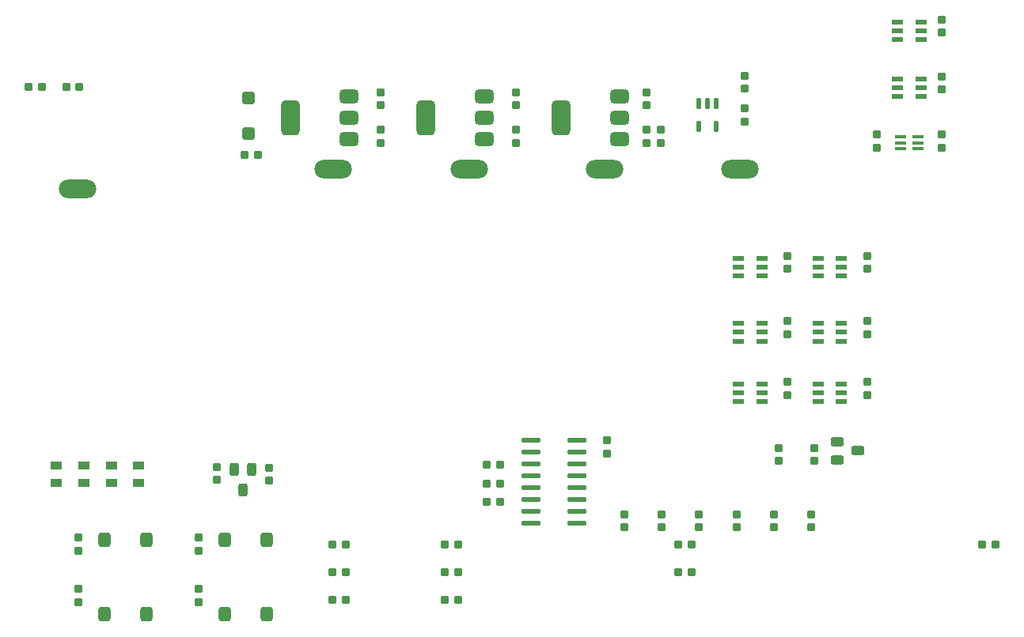
<source format=gtp>
G04*
G04 #@! TF.GenerationSoftware,Altium Limited,Altium Designer,23.3.1 (30)*
G04*
G04 Layer_Color=8421504*
%FSLAX44Y44*%
%MOMM*%
G71*
G04*
G04 #@! TF.SameCoordinates,CE036B66-C370-4B77-A0BB-D4AF881507E5*
G04*
G04*
G04 #@! TF.FilePolarity,Positive*
G04*
G01*
G75*
G04:AMPARAMS|DCode=18|XSize=0.85mm|YSize=0.85mm|CornerRadius=0.2125mm|HoleSize=0mm|Usage=FLASHONLY|Rotation=90.000|XOffset=0mm|YOffset=0mm|HoleType=Round|Shape=RoundedRectangle|*
%AMROUNDEDRECTD18*
21,1,0.8500,0.4250,0,0,90.0*
21,1,0.4250,0.8500,0,0,90.0*
1,1,0.4250,0.2125,0.2125*
1,1,0.4250,0.2125,-0.2125*
1,1,0.4250,-0.2125,-0.2125*
1,1,0.4250,-0.2125,0.2125*
%
%ADD18ROUNDEDRECTD18*%
G04:AMPARAMS|DCode=19|XSize=1.4mm|YSize=1.4mm|CornerRadius=0.35mm|HoleSize=0mm|Usage=FLASHONLY|Rotation=0.000|XOffset=0mm|YOffset=0mm|HoleType=Round|Shape=RoundedRectangle|*
%AMROUNDEDRECTD19*
21,1,1.4000,0.7000,0,0,0.0*
21,1,0.7000,1.4000,0,0,0.0*
1,1,0.7000,0.3500,-0.3500*
1,1,0.7000,-0.3500,-0.3500*
1,1,0.7000,-0.3500,0.3500*
1,1,0.7000,0.3500,0.3500*
%
%ADD19ROUNDEDRECTD19*%
%ADD20R,1.2000X0.9000*%
G04:AMPARAMS|DCode=21|XSize=1.19mm|YSize=0.4mm|CornerRadius=0.05mm|HoleSize=0mm|Usage=FLASHONLY|Rotation=0.000|XOffset=0mm|YOffset=0mm|HoleType=Round|Shape=RoundedRectangle|*
%AMROUNDEDRECTD21*
21,1,1.1900,0.3000,0,0,0.0*
21,1,1.0900,0.4000,0,0,0.0*
1,1,0.1000,0.5450,-0.1500*
1,1,0.1000,-0.5450,-0.1500*
1,1,0.1000,-0.5450,0.1500*
1,1,0.1000,0.5450,0.1500*
%
%ADD21ROUNDEDRECTD21*%
G04:AMPARAMS|DCode=22|XSize=1.21mm|YSize=0.59mm|CornerRadius=0.0738mm|HoleSize=0mm|Usage=FLASHONLY|Rotation=0.000|XOffset=0mm|YOffset=0mm|HoleType=Round|Shape=RoundedRectangle|*
%AMROUNDEDRECTD22*
21,1,1.2100,0.4425,0,0,0.0*
21,1,1.0625,0.5900,0,0,0.0*
1,1,0.1475,0.5313,-0.2213*
1,1,0.1475,-0.5313,-0.2213*
1,1,0.1475,-0.5313,0.2213*
1,1,0.1475,0.5313,0.2213*
%
%ADD22ROUNDEDRECTD22*%
G04:AMPARAMS|DCode=23|XSize=0.85mm|YSize=0.85mm|CornerRadius=0.2125mm|HoleSize=0mm|Usage=FLASHONLY|Rotation=0.000|XOffset=0mm|YOffset=0mm|HoleType=Round|Shape=RoundedRectangle|*
%AMROUNDEDRECTD23*
21,1,0.8500,0.4250,0,0,0.0*
21,1,0.4250,0.8500,0,0,0.0*
1,1,0.4250,0.2125,-0.2125*
1,1,0.4250,-0.2125,-0.2125*
1,1,0.4250,-0.2125,0.2125*
1,1,0.4250,0.2125,0.2125*
%
%ADD23ROUNDEDRECTD23*%
G04:AMPARAMS|DCode=24|XSize=1mm|YSize=1.4mm|CornerRadius=0.25mm|HoleSize=0mm|Usage=FLASHONLY|Rotation=270.000|XOffset=0mm|YOffset=0mm|HoleType=Round|Shape=RoundedRectangle|*
%AMROUNDEDRECTD24*
21,1,1.0000,0.9000,0,0,270.0*
21,1,0.5000,1.4000,0,0,270.0*
1,1,0.5000,-0.4500,-0.2500*
1,1,0.5000,-0.4500,0.2500*
1,1,0.5000,0.4500,0.2500*
1,1,0.5000,0.4500,-0.2500*
%
%ADD24ROUNDEDRECTD24*%
%ADD25O,4.0000X2.0000*%
G04:AMPARAMS|DCode=26|XSize=1mm|YSize=1.4mm|CornerRadius=0.25mm|HoleSize=0mm|Usage=FLASHONLY|Rotation=180.000|XOffset=0mm|YOffset=0mm|HoleType=Round|Shape=RoundedRectangle|*
%AMROUNDEDRECTD26*
21,1,1.0000,0.9000,0,0,180.0*
21,1,0.5000,1.4000,0,0,180.0*
1,1,0.5000,-0.2500,0.4500*
1,1,0.5000,0.2500,0.4500*
1,1,0.5000,0.2500,-0.4500*
1,1,0.5000,-0.2500,-0.4500*
%
%ADD26ROUNDEDRECTD26*%
G04:AMPARAMS|DCode=27|XSize=1.14mm|YSize=0.59mm|CornerRadius=0.1475mm|HoleSize=0mm|Usage=FLASHONLY|Rotation=270.000|XOffset=0mm|YOffset=0mm|HoleType=Round|Shape=RoundedRectangle|*
%AMROUNDEDRECTD27*
21,1,1.1400,0.2950,0,0,270.0*
21,1,0.8450,0.5900,0,0,270.0*
1,1,0.2950,-0.1475,-0.4225*
1,1,0.2950,-0.1475,0.4225*
1,1,0.2950,0.1475,0.4225*
1,1,0.2950,0.1475,-0.4225*
%
%ADD27ROUNDEDRECTD27*%
G04:AMPARAMS|DCode=28|XSize=3.8mm|YSize=2mm|CornerRadius=0.5mm|HoleSize=0mm|Usage=FLASHONLY|Rotation=270.000|XOffset=0mm|YOffset=0mm|HoleType=Round|Shape=RoundedRectangle|*
%AMROUNDEDRECTD28*
21,1,3.8000,1.0000,0,0,270.0*
21,1,2.8000,2.0000,0,0,270.0*
1,1,1.0000,-0.5000,-1.4000*
1,1,1.0000,-0.5000,1.4000*
1,1,1.0000,0.5000,1.4000*
1,1,1.0000,0.5000,-1.4000*
%
%ADD28ROUNDEDRECTD28*%
G04:AMPARAMS|DCode=29|XSize=1.5mm|YSize=2mm|CornerRadius=0.375mm|HoleSize=0mm|Usage=FLASHONLY|Rotation=270.000|XOffset=0mm|YOffset=0mm|HoleType=Round|Shape=RoundedRectangle|*
%AMROUNDEDRECTD29*
21,1,1.5000,1.2500,0,0,270.0*
21,1,0.7500,2.0000,0,0,270.0*
1,1,0.7500,-0.6250,-0.3750*
1,1,0.7500,-0.6250,0.3750*
1,1,0.7500,0.6250,0.3750*
1,1,0.7500,0.6250,-0.3750*
%
%ADD29ROUNDEDRECTD29*%
G04:AMPARAMS|DCode=30|XSize=1.55mm|YSize=1.3mm|CornerRadius=0.325mm|HoleSize=0mm|Usage=FLASHONLY|Rotation=90.000|XOffset=0mm|YOffset=0mm|HoleType=Round|Shape=RoundedRectangle|*
%AMROUNDEDRECTD30*
21,1,1.5500,0.6500,0,0,90.0*
21,1,0.9000,1.3000,0,0,90.0*
1,1,0.6500,0.3250,0.4500*
1,1,0.6500,0.3250,-0.4500*
1,1,0.6500,-0.3250,-0.4500*
1,1,0.6500,-0.3250,0.4500*
%
%ADD30ROUNDEDRECTD30*%
G04:AMPARAMS|DCode=31|XSize=1.9812mm|YSize=0.5334mm|CornerRadius=0.1333mm|HoleSize=0mm|Usage=FLASHONLY|Rotation=0.000|XOffset=0mm|YOffset=0mm|HoleType=Round|Shape=RoundedRectangle|*
%AMROUNDEDRECTD31*
21,1,1.9812,0.2667,0,0,0.0*
21,1,1.7145,0.5334,0,0,0.0*
1,1,0.2667,0.8573,-0.1333*
1,1,0.2667,-0.8573,-0.1333*
1,1,0.2667,-0.8573,0.1333*
1,1,0.2667,0.8573,0.1333*
%
%ADD31ROUNDEDRECTD31*%
D18*
X83000Y575000D02*
D03*
X97000D02*
D03*
X57000D02*
D03*
X43000D02*
D03*
X1063000Y85000D02*
D03*
X1077000D02*
D03*
X752000Y85000D02*
D03*
X738000D02*
D03*
X752000Y55000D02*
D03*
X738000D02*
D03*
X488000Y85000D02*
D03*
X502000D02*
D03*
Y55000D02*
D03*
X488000D02*
D03*
Y25000D02*
D03*
X502000D02*
D03*
X382000Y85000D02*
D03*
X368000D02*
D03*
Y55000D02*
D03*
X382000D02*
D03*
Y25000D02*
D03*
X368000D02*
D03*
X288000Y502000D02*
D03*
X274000D02*
D03*
X547000Y170000D02*
D03*
X533000D02*
D03*
X547000Y150000D02*
D03*
X533000D02*
D03*
X547000Y130000D02*
D03*
X533000D02*
D03*
D19*
X278000Y525000D02*
D03*
Y563000D02*
D03*
D20*
X72500Y169000D02*
D03*
Y151000D02*
D03*
X101500D02*
D03*
Y169000D02*
D03*
X160500D02*
D03*
Y151000D02*
D03*
X131500D02*
D03*
Y169000D02*
D03*
D21*
X975400Y521500D02*
D03*
Y515000D02*
D03*
Y508500D02*
D03*
X994600D02*
D03*
Y515000D02*
D03*
Y521500D02*
D03*
D22*
X997550Y583500D02*
D03*
Y574000D02*
D03*
Y564500D02*
D03*
X972450D02*
D03*
Y574000D02*
D03*
Y583500D02*
D03*
X997550Y644500D02*
D03*
Y635000D02*
D03*
Y625500D02*
D03*
X972450D02*
D03*
Y635000D02*
D03*
Y644500D02*
D03*
X827550Y321500D02*
D03*
Y312000D02*
D03*
Y302500D02*
D03*
X802450D02*
D03*
Y312000D02*
D03*
Y321500D02*
D03*
X827550Y256500D02*
D03*
Y247000D02*
D03*
Y237500D02*
D03*
X802450D02*
D03*
Y247000D02*
D03*
Y256500D02*
D03*
X912550Y321500D02*
D03*
Y312000D02*
D03*
Y302500D02*
D03*
X887450D02*
D03*
Y312000D02*
D03*
Y321500D02*
D03*
X912550Y256500D02*
D03*
Y247000D02*
D03*
Y237500D02*
D03*
X887450D02*
D03*
Y247000D02*
D03*
Y256500D02*
D03*
X887450Y391500D02*
D03*
Y382000D02*
D03*
Y372500D02*
D03*
X912550D02*
D03*
Y382000D02*
D03*
Y391500D02*
D03*
X802450D02*
D03*
Y382000D02*
D03*
Y372500D02*
D03*
X827550D02*
D03*
Y382000D02*
D03*
Y391500D02*
D03*
D23*
X1020000Y572000D02*
D03*
Y586000D02*
D03*
X950000Y510000D02*
D03*
Y524000D02*
D03*
X1020000Y510000D02*
D03*
Y524000D02*
D03*
Y633000D02*
D03*
Y647000D02*
D03*
X883082Y174150D02*
D03*
Y188150D02*
D03*
X845000Y174150D02*
D03*
Y188150D02*
D03*
X661500Y196250D02*
D03*
Y182250D02*
D03*
X680000Y117000D02*
D03*
Y103000D02*
D03*
X720000Y117000D02*
D03*
Y103000D02*
D03*
X760000D02*
D03*
Y117000D02*
D03*
X800000D02*
D03*
Y103000D02*
D03*
X840000Y117000D02*
D03*
Y103000D02*
D03*
X300000Y153000D02*
D03*
Y167000D02*
D03*
X244000Y154000D02*
D03*
Y168000D02*
D03*
X880000Y117000D02*
D03*
Y103000D02*
D03*
X855000Y310000D02*
D03*
Y324000D02*
D03*
Y259000D02*
D03*
Y245000D02*
D03*
X809000Y587000D02*
D03*
Y573000D02*
D03*
X809000Y552000D02*
D03*
Y538000D02*
D03*
X704000Y555000D02*
D03*
Y569000D02*
D03*
X564000Y515000D02*
D03*
Y529000D02*
D03*
Y555000D02*
D03*
Y569000D02*
D03*
X419000Y555000D02*
D03*
Y569000D02*
D03*
Y515000D02*
D03*
Y529000D02*
D03*
X225000Y23000D02*
D03*
Y37000D02*
D03*
Y92000D02*
D03*
Y78000D02*
D03*
X96000Y92000D02*
D03*
Y78000D02*
D03*
Y23000D02*
D03*
Y37000D02*
D03*
X940000Y394000D02*
D03*
Y380000D02*
D03*
X855000Y394000D02*
D03*
Y380000D02*
D03*
X940000Y324000D02*
D03*
Y310000D02*
D03*
Y245000D02*
D03*
Y259000D02*
D03*
X719000Y529000D02*
D03*
Y515000D02*
D03*
X704000D02*
D03*
Y529000D02*
D03*
D24*
X908000Y194500D02*
D03*
Y175500D02*
D03*
X930000Y185000D02*
D03*
D25*
X95000Y466000D02*
D03*
X804000Y487000D02*
D03*
X659000Y487000D02*
D03*
X514000Y487000D02*
D03*
X369000D02*
D03*
D26*
X281500Y165000D02*
D03*
X262500D02*
D03*
X272000Y143000D02*
D03*
D27*
X778500Y557450D02*
D03*
X769000D02*
D03*
X759500D02*
D03*
Y532550D02*
D03*
X778500D02*
D03*
D28*
X612500Y542000D02*
D03*
X467500Y542000D02*
D03*
X322500D02*
D03*
D29*
X675500Y565000D02*
D03*
Y542000D02*
D03*
Y519000D02*
D03*
X530500Y565000D02*
D03*
Y542000D02*
D03*
Y519000D02*
D03*
X385500Y565000D02*
D03*
Y542000D02*
D03*
Y519000D02*
D03*
D30*
X123500Y10250D02*
D03*
X168500D02*
D03*
Y89750D02*
D03*
X123500D02*
D03*
X252500Y10250D02*
D03*
X297500D02*
D03*
Y89750D02*
D03*
X252500D02*
D03*
D31*
X629638Y196450D02*
D03*
Y183750D02*
D03*
Y171050D02*
D03*
Y158350D02*
D03*
Y145650D02*
D03*
Y132950D02*
D03*
Y120250D02*
D03*
Y107550D02*
D03*
X580362D02*
D03*
Y120250D02*
D03*
Y132950D02*
D03*
Y145650D02*
D03*
Y158350D02*
D03*
Y171050D02*
D03*
Y183750D02*
D03*
Y196450D02*
D03*
M02*

</source>
